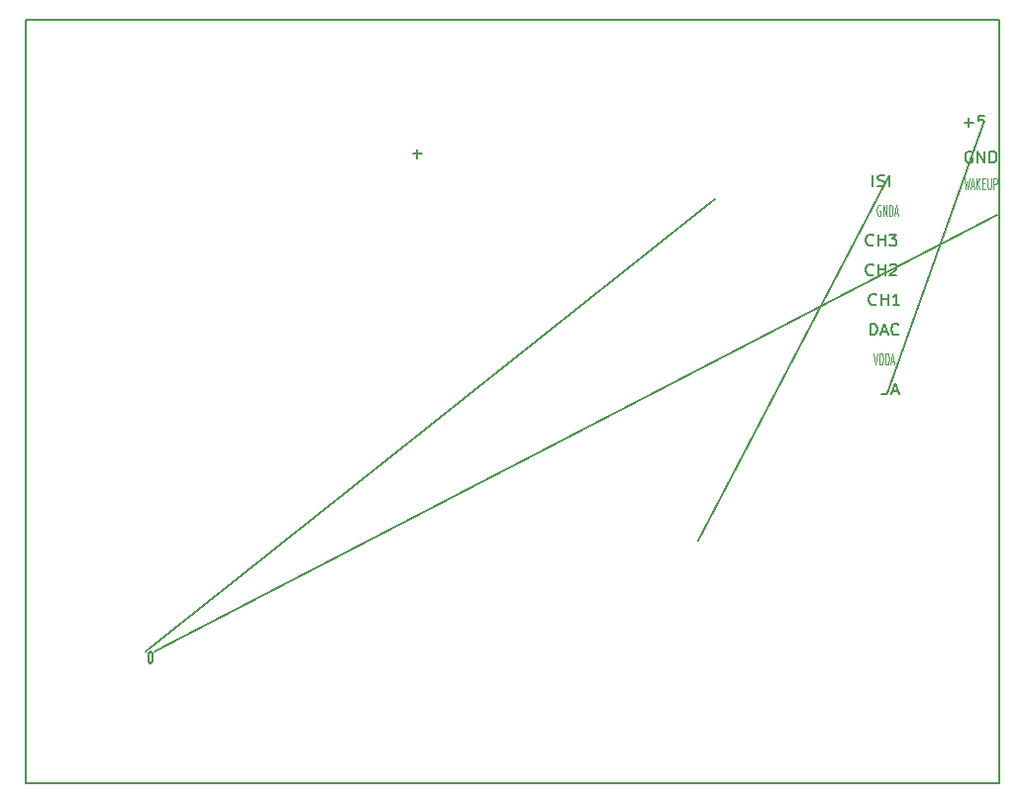
<source format=gbr>
G04 #@! TF.FileFunction,Legend,Top*
%FSLAX46Y46*%
G04 Gerber Fmt 4.6, Leading zero omitted, Abs format (unit mm)*
G04 Created by KiCad (PCBNEW 4.0.6-e0-6349~53~ubuntu16.04.1) date Sat Jul  1 03:26:18 2017*
%MOMM*%
%LPD*%
G01*
G04 APERTURE LIST*
%ADD10C,0.100000*%
%ADD11C,0.150000*%
%ADD12C,0.187500*%
%ADD13C,0.125000*%
%ADD14C,0.300000*%
%ADD15C,0.120000*%
%ADD16C,0.002540*%
%ADD17C,0.200000*%
%ADD18C,0.170000*%
%ADD19C,0.175000*%
%ADD20C,0.180000*%
%ADD21C,0.190000*%
G04 APERTURE END LIST*
D10*
D11*
X196250000Y-118000000D02*
X113000000Y-118000000D01*
X196250000Y-52750000D02*
X196250000Y-118000000D01*
X113000000Y-52750000D02*
X196250000Y-52750000D01*
X113000000Y-118000000D02*
X113000000Y-52750000D01*
D12*
X171964285Y-68083333D02*
X123317001Y-106767381D01*
X123650334Y-106767381D02*
X123745572Y-106767381D01*
X123793191Y-106815000D01*
X123840810Y-106910238D01*
X123864619Y-107100714D01*
X123864619Y-107434048D01*
X123840810Y-107624524D01*
X123793191Y-107719762D01*
X123745572Y-107767381D01*
X123650334Y-107767381D01*
X123602715Y-107719762D01*
X123555096Y-107624524D01*
X123531286Y-107434048D01*
X123531286Y-107100714D01*
X123555096Y-106910238D01*
X123602715Y-106815000D01*
X123650334Y-106767381D01*
X124031287Y-106767381D02*
X196102429Y-69431810D01*
D13*
X193274334Y-66254381D02*
X193393381Y-67254381D01*
X193488619Y-66540095D01*
X193583857Y-67254381D01*
X193702905Y-66254381D01*
X193869572Y-66968667D02*
X194107667Y-66968667D01*
X193821953Y-67254381D02*
X193988620Y-66254381D01*
X194155286Y-67254381D01*
X194321953Y-67254381D02*
X194321953Y-66254381D01*
X194607667Y-67254381D02*
X194393381Y-66682952D01*
X194607667Y-66254381D02*
X194321953Y-66825810D01*
X194821953Y-66730571D02*
X194988619Y-66730571D01*
X195060048Y-67254381D02*
X194821953Y-67254381D01*
X194821953Y-66254381D01*
X195060048Y-66254381D01*
X195274334Y-66254381D02*
X195274334Y-67063905D01*
X195298143Y-67159143D01*
X195321953Y-67206762D01*
X195369572Y-67254381D01*
X195464810Y-67254381D01*
X195512429Y-67206762D01*
X195536238Y-67159143D01*
X195560048Y-67063905D01*
X195560048Y-66254381D01*
X195798144Y-67254381D02*
X195798144Y-66254381D01*
X195988620Y-66254381D01*
X196036239Y-66302000D01*
X196060048Y-66349619D01*
X196083858Y-66444857D01*
X196083858Y-66587714D01*
X196060048Y-66682952D01*
X196036239Y-66730571D01*
X195988620Y-66778190D01*
X195798144Y-66778190D01*
D17*
X193929096Y-64016000D02*
X193833858Y-63968381D01*
X193691001Y-63968381D01*
X193548143Y-64016000D01*
X193452905Y-64111238D01*
X193405286Y-64206476D01*
X193357667Y-64396952D01*
X193357667Y-64539810D01*
X193405286Y-64730286D01*
X193452905Y-64825524D01*
X193548143Y-64920762D01*
X193691001Y-64968381D01*
X193786239Y-64968381D01*
X193929096Y-64920762D01*
X193976715Y-64873143D01*
X193976715Y-64539810D01*
X193786239Y-64539810D01*
X194405286Y-64968381D02*
X194405286Y-63968381D01*
X194976715Y-64968381D01*
X194976715Y-63968381D01*
X195452905Y-64968381D02*
X195452905Y-63968381D01*
X195691000Y-63968381D01*
X195833858Y-64016000D01*
X195929096Y-64111238D01*
X195976715Y-64206476D01*
X196024334Y-64396952D01*
X196024334Y-64539810D01*
X195976715Y-64730286D01*
X195929096Y-64825524D01*
X195833858Y-64920762D01*
X195691000Y-64968381D01*
X195452905Y-64968381D01*
X193278286Y-61539429D02*
X194040191Y-61539429D01*
X193659239Y-61920381D02*
X193659239Y-61158476D01*
X194992572Y-60920381D02*
X194516381Y-60920381D01*
X194468762Y-61396571D01*
X194516381Y-61348952D01*
X194611619Y-61301333D01*
X194849715Y-61301333D01*
X194944953Y-61348952D01*
X194992572Y-61396571D01*
X186697905Y-84637524D01*
X186602667Y-84732762D01*
X186459809Y-84780381D01*
X186221714Y-84780381D01*
X187174095Y-84494667D02*
X187650286Y-84494667D01*
X187078857Y-84780381D02*
X187412190Y-83780381D01*
X187745524Y-84780381D01*
D13*
X185555048Y-81240381D02*
X185721715Y-82240381D01*
X185888381Y-81240381D01*
X186055048Y-82240381D02*
X186055048Y-81240381D01*
X186174095Y-81240381D01*
X186245524Y-81288000D01*
X186293143Y-81383238D01*
X186316952Y-81478476D01*
X186340762Y-81668952D01*
X186340762Y-81811810D01*
X186316952Y-82002286D01*
X186293143Y-82097524D01*
X186245524Y-82192762D01*
X186174095Y-82240381D01*
X186055048Y-82240381D01*
X186555048Y-82240381D02*
X186555048Y-81240381D01*
X186674095Y-81240381D01*
X186745524Y-81288000D01*
X186793143Y-81383238D01*
X186816952Y-81478476D01*
X186840762Y-81668952D01*
X186840762Y-81811810D01*
X186816952Y-82002286D01*
X186793143Y-82097524D01*
X186745524Y-82192762D01*
X186674095Y-82240381D01*
X186555048Y-82240381D01*
X187031238Y-81954667D02*
X187269333Y-81954667D01*
X186983619Y-82240381D02*
X187150286Y-81240381D01*
X187316952Y-82240381D01*
D17*
X185245524Y-79700381D02*
X185245524Y-78700381D01*
X185483619Y-78700381D01*
X185626477Y-78748000D01*
X185721715Y-78843238D01*
X185769334Y-78938476D01*
X185816953Y-79128952D01*
X185816953Y-79271810D01*
X185769334Y-79462286D01*
X185721715Y-79557524D01*
X185626477Y-79652762D01*
X185483619Y-79700381D01*
X185245524Y-79700381D01*
X186197905Y-79414667D02*
X186674096Y-79414667D01*
X186102667Y-79700381D02*
X186436000Y-78700381D01*
X186769334Y-79700381D01*
X187674096Y-79605143D02*
X187626477Y-79652762D01*
X187483620Y-79700381D01*
X187388382Y-79700381D01*
X187245524Y-79652762D01*
X187150286Y-79557524D01*
X187102667Y-79462286D01*
X187055048Y-79271810D01*
X187055048Y-79128952D01*
X187102667Y-78938476D01*
X187150286Y-78843238D01*
X187245524Y-78748000D01*
X187388382Y-78700381D01*
X187483620Y-78700381D01*
X187626477Y-78748000D01*
X187674096Y-78795619D01*
X185745524Y-77065143D02*
X185697905Y-77112762D01*
X185555048Y-77160381D01*
X185459810Y-77160381D01*
X185316952Y-77112762D01*
X185221714Y-77017524D01*
X185174095Y-76922286D01*
X185126476Y-76731810D01*
X185126476Y-76588952D01*
X185174095Y-76398476D01*
X185221714Y-76303238D01*
X185316952Y-76208000D01*
X185459810Y-76160381D01*
X185555048Y-76160381D01*
X185697905Y-76208000D01*
X185745524Y-76255619D01*
X186174095Y-77160381D02*
X186174095Y-76160381D01*
X186174095Y-76636571D02*
X186745524Y-76636571D01*
X186745524Y-77160381D02*
X186745524Y-76160381D01*
X187745524Y-77160381D02*
X187174095Y-77160381D01*
X187459809Y-77160381D02*
X187459809Y-76160381D01*
X187364571Y-76303238D01*
X187269333Y-76398476D01*
X187174095Y-76446095D01*
X185491524Y-74525143D02*
X185443905Y-74572762D01*
X185301048Y-74620381D01*
X185205810Y-74620381D01*
X185062952Y-74572762D01*
X184967714Y-74477524D01*
X184920095Y-74382286D01*
X184872476Y-74191810D01*
X184872476Y-74048952D01*
X184920095Y-73858476D01*
X184967714Y-73763238D01*
X185062952Y-73668000D01*
X185205810Y-73620381D01*
X185301048Y-73620381D01*
X185443905Y-73668000D01*
X185491524Y-73715619D01*
X185920095Y-74620381D02*
X185920095Y-73620381D01*
X185920095Y-74096571D02*
X186491524Y-74096571D01*
X186491524Y-74620381D02*
X186491524Y-73620381D01*
X186920095Y-73715619D02*
X186967714Y-73668000D01*
X187062952Y-73620381D01*
X187301048Y-73620381D01*
X187396286Y-73668000D01*
X187443905Y-73715619D01*
X187491524Y-73810857D01*
X187491524Y-73906095D01*
X187443905Y-74048952D01*
X186872476Y-74620381D01*
X187491524Y-74620381D01*
X185491524Y-71985143D02*
X185443905Y-72032762D01*
X185301048Y-72080381D01*
X185205810Y-72080381D01*
X185062952Y-72032762D01*
X184967714Y-71937524D01*
X184920095Y-71842286D01*
X184872476Y-71651810D01*
X184872476Y-71508952D01*
X184920095Y-71318476D01*
X184967714Y-71223238D01*
X185062952Y-71128000D01*
X185205810Y-71080381D01*
X185301048Y-71080381D01*
X185443905Y-71128000D01*
X185491524Y-71175619D01*
X185920095Y-72080381D02*
X185920095Y-71080381D01*
X185920095Y-71556571D02*
X186491524Y-71556571D01*
X186491524Y-72080381D02*
X186491524Y-71080381D01*
X186872476Y-71080381D02*
X187491524Y-71080381D01*
X187158190Y-71461333D01*
X187301048Y-71461333D01*
X187396286Y-71508952D01*
X187443905Y-71556571D01*
X187491524Y-71651810D01*
X187491524Y-71889905D01*
X187443905Y-71985143D01*
X187396286Y-72032762D01*
X187301048Y-72080381D01*
X187015333Y-72080381D01*
X186920095Y-72032762D01*
X186872476Y-71985143D01*
D13*
X186094762Y-68588000D02*
X186047143Y-68540381D01*
X185975715Y-68540381D01*
X185904286Y-68588000D01*
X185856667Y-68683238D01*
X185832858Y-68778476D01*
X185809048Y-68968952D01*
X185809048Y-69111810D01*
X185832858Y-69302286D01*
X185856667Y-69397524D01*
X185904286Y-69492762D01*
X185975715Y-69540381D01*
X186023334Y-69540381D01*
X186094762Y-69492762D01*
X186118572Y-69445143D01*
X186118572Y-69111810D01*
X186023334Y-69111810D01*
X186332858Y-69540381D02*
X186332858Y-68540381D01*
X186618572Y-69540381D01*
X186618572Y-68540381D01*
X186856668Y-69540381D02*
X186856668Y-68540381D01*
X186975715Y-68540381D01*
X187047144Y-68588000D01*
X187094763Y-68683238D01*
X187118572Y-68778476D01*
X187142382Y-68968952D01*
X187142382Y-69111810D01*
X187118572Y-69302286D01*
X187094763Y-69397524D01*
X187047144Y-69492762D01*
X186975715Y-69540381D01*
X186856668Y-69540381D01*
X187332858Y-69254667D02*
X187570953Y-69254667D01*
X187285239Y-69540381D02*
X187451906Y-68540381D01*
X187618572Y-69540381D01*
D17*
X185459810Y-67000381D02*
X185459810Y-66000381D01*
X185888381Y-66952762D02*
X186031238Y-67000381D01*
X186269334Y-67000381D01*
X186364572Y-66952762D01*
X186412191Y-66905143D01*
X186459810Y-66809905D01*
X186459810Y-66714667D01*
X186412191Y-66619429D01*
X186364572Y-66571810D01*
X186269334Y-66524190D01*
X186078857Y-66476571D01*
X185983619Y-66428952D01*
X185936000Y-66381333D01*
X185888381Y-66286095D01*
X185888381Y-66190857D01*
X185936000Y-66095619D01*
X185983619Y-66048000D01*
X186078857Y-66000381D01*
X186316953Y-66000381D01*
X186459810Y-66048000D01*
X186888381Y-67000381D02*
X186888381Y-66000381D01*
X170488095Y-97273810D01*
X146122399Y-64195858D02*
X146884304Y-64195858D01*
X146503352Y-64576810D02*
X146503352Y-63814905D01*
M02*

</source>
